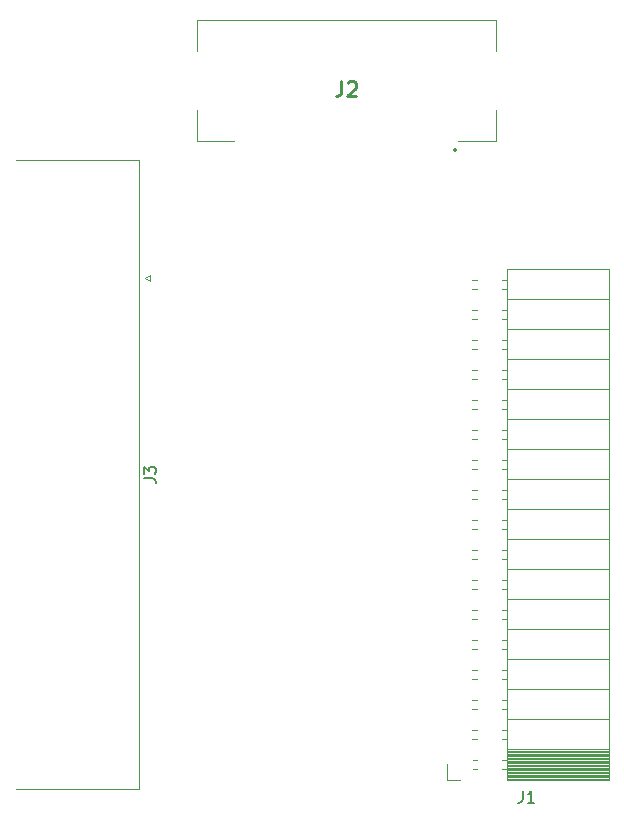
<source format=gbr>
%TF.GenerationSoftware,KiCad,Pcbnew,7.0.5-0*%
%TF.CreationDate,2023-05-28T00:51:51-07:00*%
%TF.ProjectId,gw-adapters,67772d61-6461-4707-9465-72732e6b6963,rev?*%
%TF.SameCoordinates,Original*%
%TF.FileFunction,Legend,Top*%
%TF.FilePolarity,Positive*%
%FSLAX46Y46*%
G04 Gerber Fmt 4.6, Leading zero omitted, Abs format (unit mm)*
G04 Created by KiCad (PCBNEW 7.0.5-0) date 2023-05-28 00:51:51*
%MOMM*%
%LPD*%
G01*
G04 APERTURE LIST*
%ADD10C,0.150000*%
%ADD11C,0.254000*%
%ADD12C,0.120000*%
%ADD13C,0.100000*%
%ADD14C,0.200000*%
G04 APERTURE END LIST*
D10*
%TO.C,J3*%
X132740819Y-93896333D02*
X133455104Y-93896333D01*
X133455104Y-93896333D02*
X133597961Y-93943952D01*
X133597961Y-93943952D02*
X133693200Y-94039190D01*
X133693200Y-94039190D02*
X133740819Y-94182047D01*
X133740819Y-94182047D02*
X133740819Y-94277285D01*
X132740819Y-93515380D02*
X132740819Y-92896333D01*
X132740819Y-92896333D02*
X133121771Y-93229666D01*
X133121771Y-93229666D02*
X133121771Y-93086809D01*
X133121771Y-93086809D02*
X133169390Y-92991571D01*
X133169390Y-92991571D02*
X133217009Y-92943952D01*
X133217009Y-92943952D02*
X133312247Y-92896333D01*
X133312247Y-92896333D02*
X133550342Y-92896333D01*
X133550342Y-92896333D02*
X133645580Y-92943952D01*
X133645580Y-92943952D02*
X133693200Y-92991571D01*
X133693200Y-92991571D02*
X133740819Y-93086809D01*
X133740819Y-93086809D02*
X133740819Y-93372523D01*
X133740819Y-93372523D02*
X133693200Y-93467761D01*
X133693200Y-93467761D02*
X133645580Y-93515380D01*
%TO.C,J1*%
X164791666Y-120334819D02*
X164791666Y-121049104D01*
X164791666Y-121049104D02*
X164744047Y-121191961D01*
X164744047Y-121191961D02*
X164648809Y-121287200D01*
X164648809Y-121287200D02*
X164505952Y-121334819D01*
X164505952Y-121334819D02*
X164410714Y-121334819D01*
X165791666Y-121334819D02*
X165220238Y-121334819D01*
X165505952Y-121334819D02*
X165505952Y-120334819D01*
X165505952Y-120334819D02*
X165410714Y-120477676D01*
X165410714Y-120477676D02*
X165315476Y-120572914D01*
X165315476Y-120572914D02*
X165220238Y-120620533D01*
D11*
%TO.C,J2*%
X149436667Y-60264318D02*
X149436667Y-61171461D01*
X149436667Y-61171461D02*
X149376190Y-61352889D01*
X149376190Y-61352889D02*
X149255238Y-61473842D01*
X149255238Y-61473842D02*
X149073809Y-61534318D01*
X149073809Y-61534318D02*
X148952857Y-61534318D01*
X149980952Y-60385270D02*
X150041428Y-60324794D01*
X150041428Y-60324794D02*
X150162381Y-60264318D01*
X150162381Y-60264318D02*
X150464762Y-60264318D01*
X150464762Y-60264318D02*
X150585714Y-60324794D01*
X150585714Y-60324794D02*
X150646190Y-60385270D01*
X150646190Y-60385270D02*
X150706667Y-60506222D01*
X150706667Y-60506222D02*
X150706667Y-60627175D01*
X150706667Y-60627175D02*
X150646190Y-60808603D01*
X150646190Y-60808603D02*
X149920476Y-61534318D01*
X149920476Y-61534318D02*
X150706667Y-61534318D01*
D12*
%TO.C,J3*%
X121866000Y-66953000D02*
X132346000Y-66953000D01*
X133240338Y-77193000D02*
X132807325Y-76943000D01*
X132346000Y-66953000D02*
X132346000Y-120173000D01*
X133240338Y-76693000D02*
X133240338Y-77193000D01*
X132807325Y-76943000D02*
X133240338Y-76693000D01*
X132346000Y-120173000D02*
X121866000Y-120173000D01*
%TO.C,J1*%
X160965000Y-98150000D02*
X160525000Y-98150000D01*
X158365000Y-119440000D02*
X158365000Y-118110000D01*
X172105000Y-118729525D02*
X163475000Y-118729525D01*
X163475000Y-84730000D02*
X163065000Y-84730000D01*
X172105000Y-117312385D02*
X163475000Y-117312385D01*
X172105000Y-117430480D02*
X163475000Y-117430480D01*
X163475000Y-82190000D02*
X163065000Y-82190000D01*
X172105000Y-119201905D02*
X163475000Y-119201905D01*
X163475000Y-97430000D02*
X163065000Y-97430000D01*
X163475000Y-117750000D02*
X163065000Y-117750000D01*
X172105000Y-99060000D02*
X163475000Y-99060000D01*
X172105000Y-101600000D02*
X163475000Y-101600000D01*
X172105000Y-118257145D02*
X163475000Y-118257145D01*
X160965000Y-115210000D02*
X160525000Y-115210000D01*
X163475000Y-87270000D02*
X163065000Y-87270000D01*
X172105000Y-118020955D02*
X163475000Y-118020955D01*
X160965000Y-97430000D02*
X160525000Y-97430000D01*
X172105000Y-76140000D02*
X163475000Y-76140000D01*
X163475000Y-77830000D02*
X163065000Y-77830000D01*
X163475000Y-110850000D02*
X163065000Y-110850000D01*
X163475000Y-77110000D02*
X163065000Y-77110000D01*
X172105000Y-119083810D02*
X163475000Y-119083810D01*
X172105000Y-109220000D02*
X163475000Y-109220000D01*
X163475000Y-105770000D02*
X163065000Y-105770000D01*
X163475000Y-100690000D02*
X163065000Y-100690000D01*
X163475000Y-99970000D02*
X163065000Y-99970000D01*
X160965000Y-108310000D02*
X160525000Y-108310000D01*
X160965000Y-89810000D02*
X160525000Y-89810000D01*
X163475000Y-89810000D02*
X163065000Y-89810000D01*
X172105000Y-86360000D02*
X163475000Y-86360000D01*
X172105000Y-106680000D02*
X163475000Y-106680000D01*
X163475000Y-79650000D02*
X163065000Y-79650000D01*
X160965000Y-87990000D02*
X160525000Y-87990000D01*
X160965000Y-90530000D02*
X160525000Y-90530000D01*
X172105000Y-119320000D02*
X163475000Y-119320000D01*
X160965000Y-105050000D02*
X160525000Y-105050000D01*
X172105000Y-93980000D02*
X163475000Y-93980000D01*
X160965000Y-115930000D02*
X160525000Y-115930000D01*
X160965000Y-77110000D02*
X160525000Y-77110000D01*
X163475000Y-92350000D02*
X163065000Y-92350000D01*
X172105000Y-114300000D02*
X163475000Y-114300000D01*
X160965000Y-103230000D02*
X160525000Y-103230000D01*
X172105000Y-118493335D02*
X163475000Y-118493335D01*
X160965000Y-87270000D02*
X160525000Y-87270000D01*
X163475000Y-110130000D02*
X163065000Y-110130000D01*
X172105000Y-118611430D02*
X163475000Y-118611430D01*
X160965000Y-118470000D02*
X160585000Y-118470000D01*
X163475000Y-119440000D02*
X163475000Y-76140000D01*
X160965000Y-100690000D02*
X160525000Y-100690000D01*
X163475000Y-102510000D02*
X163065000Y-102510000D01*
X160965000Y-77830000D02*
X160525000Y-77830000D01*
X163475000Y-93070000D02*
X163065000Y-93070000D01*
X160965000Y-110130000D02*
X160525000Y-110130000D01*
X163475000Y-112670000D02*
X163065000Y-112670000D01*
X160965000Y-113390000D02*
X160525000Y-113390000D01*
X160965000Y-79650000D02*
X160525000Y-79650000D01*
X172105000Y-78740000D02*
X163475000Y-78740000D01*
X160965000Y-94890000D02*
X160525000Y-94890000D01*
X163475000Y-85450000D02*
X163065000Y-85450000D01*
X172105000Y-117666670D02*
X163475000Y-117666670D01*
X163475000Y-82910000D02*
X163065000Y-82910000D01*
X160965000Y-107590000D02*
X160525000Y-107590000D01*
X172105000Y-83820000D02*
X163475000Y-83820000D01*
X163475000Y-105050000D02*
X163065000Y-105050000D01*
X172105000Y-117076195D02*
X163475000Y-117076195D01*
X159475000Y-119440000D02*
X158365000Y-119440000D01*
X163475000Y-115210000D02*
X163065000Y-115210000D01*
X163475000Y-87990000D02*
X163065000Y-87990000D01*
X163475000Y-107590000D02*
X163065000Y-107590000D01*
X163475000Y-115930000D02*
X163065000Y-115930000D01*
X160965000Y-93070000D02*
X160525000Y-93070000D01*
X163475000Y-80370000D02*
X163065000Y-80370000D01*
X172105000Y-116958100D02*
X163475000Y-116958100D01*
X172105000Y-116840000D02*
X163475000Y-116840000D01*
X160965000Y-82910000D02*
X160525000Y-82910000D01*
X160965000Y-105770000D02*
X160525000Y-105770000D01*
X172105000Y-118965715D02*
X163475000Y-118965715D01*
X163475000Y-95610000D02*
X163065000Y-95610000D01*
X172105000Y-118139050D02*
X163475000Y-118139050D01*
X163475000Y-113390000D02*
X163065000Y-113390000D01*
X172105000Y-104140000D02*
X163475000Y-104140000D01*
X160965000Y-80370000D02*
X160525000Y-80370000D01*
X172105000Y-119440000D02*
X163475000Y-119440000D01*
X160965000Y-117750000D02*
X160585000Y-117750000D01*
X160965000Y-82190000D02*
X160525000Y-82190000D01*
X160965000Y-84730000D02*
X160525000Y-84730000D01*
X172105000Y-88900000D02*
X163475000Y-88900000D01*
X160965000Y-110850000D02*
X160525000Y-110850000D01*
X163475000Y-118470000D02*
X163065000Y-118470000D01*
X172105000Y-118375240D02*
X163475000Y-118375240D01*
X160965000Y-112670000D02*
X160525000Y-112670000D01*
X172105000Y-117784765D02*
X163475000Y-117784765D01*
X160965000Y-92350000D02*
X160525000Y-92350000D01*
X172105000Y-91440000D02*
X163475000Y-91440000D01*
X163475000Y-98150000D02*
X163065000Y-98150000D01*
X163475000Y-108310000D02*
X163065000Y-108310000D01*
X160965000Y-95610000D02*
X160525000Y-95610000D01*
X172105000Y-117194290D02*
X163475000Y-117194290D01*
X172105000Y-119440000D02*
X172105000Y-76140000D01*
X172105000Y-118847620D02*
X163475000Y-118847620D01*
X172105000Y-96520000D02*
X163475000Y-96520000D01*
X172105000Y-117548575D02*
X163475000Y-117548575D01*
X172105000Y-111760000D02*
X163475000Y-111760000D01*
X172105000Y-81280000D02*
X163475000Y-81280000D01*
X160965000Y-85450000D02*
X160525000Y-85450000D01*
X160965000Y-102510000D02*
X160525000Y-102510000D01*
X163475000Y-90530000D02*
X163065000Y-90530000D01*
X172105000Y-117902860D02*
X163475000Y-117902860D01*
X163475000Y-94890000D02*
X163065000Y-94890000D01*
X163475000Y-103230000D02*
X163065000Y-103230000D01*
X160965000Y-99970000D02*
X160525000Y-99970000D01*
D13*
%TO.C,J2*%
X159360000Y-65285000D02*
X162510000Y-65285000D01*
D14*
X159060000Y-66185000D02*
X159060000Y-66185000D01*
D13*
X162510000Y-65285000D02*
X162510000Y-62685000D01*
X140360000Y-65285000D02*
X137210000Y-65285000D01*
X162510000Y-55085000D02*
X162510000Y-57685000D01*
X137210000Y-65285000D02*
X137210000Y-62685000D01*
D14*
X159060000Y-65985000D02*
X159060000Y-65985000D01*
D13*
X137210000Y-57685000D02*
X137210000Y-55085000D01*
X137210000Y-55085000D02*
X162510000Y-55085000D01*
D14*
X159060000Y-66185000D02*
G75*
G03*
X159060000Y-65985000I0J100000D01*
G01*
X159060000Y-65985000D02*
G75*
G03*
X159060000Y-66185000I0J-100000D01*
G01*
%TD*%
M02*

</source>
